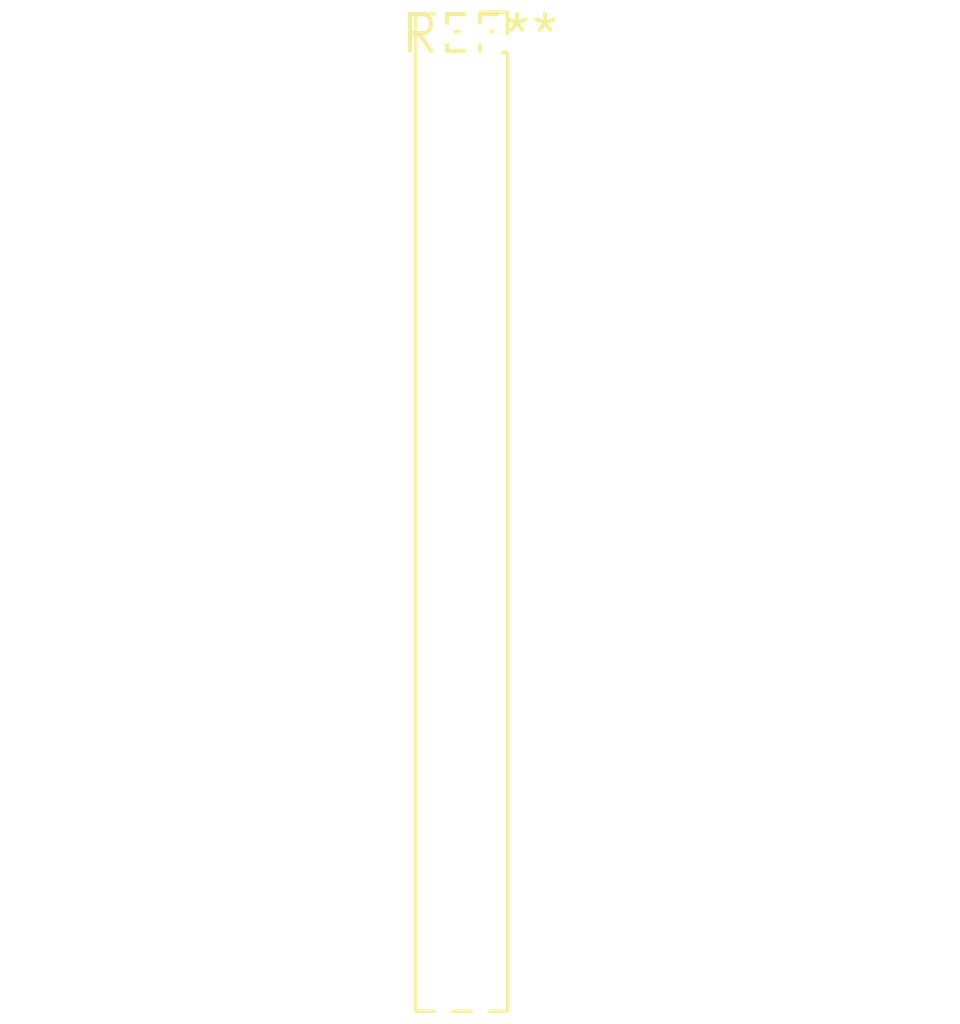
<source format=kicad_pcb>
(kicad_pcb (version 20240108) (generator pcbnew)
  (layers (0 "F.Cu" signal) (31 "B.Cu" signal) (34 "B.Paste" user) (35 "F.Paste" user) (36 "B.SilkS" user "B.Silkscreen") (37 "F.SilkS" user "F.Silkscreen") (38 "B.Mask" user) (39 "F.Mask" user) (44 "Edge.Cuts" user))
  (net 0 "")
  (footprint "PinSocket_2x27_P1.27mm_Vertical" (layer "F.Cu") (at 0 0)
    (property "Reference" "REF**")
    (property "Value" "PinSocket_2x27_P1.27mm_Vertical")
    (fp_line (start -2.22 -0.695) (end -2.22 33.715) (layer "F.SilkS") (stroke (width 0.12)))
    (fp_line (start -2.22 -0.695) (end -1.57753 -0.695) (layer "F.SilkS") (stroke (width 0.12)))
    (fp_line (start -2.22 33.715) (end -1.57753 33.715) (layer "F.SilkS") (stroke (width 0.12)))
    (fp_line (start -0.96247 -0.695) (end -0.76 -0.695) (layer "F.SilkS") (stroke (width 0.12)))
    (fp_line (start -0.96247 33.715) (end -0.30753 33.715) (layer "F.SilkS") (stroke (width 0.12)))
    (fp_line (start 0 -0.76) (end 0.95 -0.76) (layer "F.SilkS") (stroke (width 0.12)))
    (fp_line (start 0.30753 33.715) (end 0.95 33.715) (layer "F.SilkS") (stroke (width 0.12)))
    (fp_line (start 0.76 0.635) (end 0.95 0.635) (layer "F.SilkS") (stroke (width 0.12)))
    (fp_line (start 0.95 -0.76) (end 0.95 0) (layer "F.SilkS") (stroke (width 0.12)))
    (fp_line (start 0.95 0.635) (end 0.95 33.715) (layer "F.SilkS") (stroke (width 0.12)))
    (pad "1" thru_hole rect (at 0 0) (size 1 1) (drill 0.7) (layers *.Cu *.Mask) (remove_unused_layers))
    (pad "2" thru_hole oval (at -1.27 0) (size 1 1) (drill 0.7) (layers *.Cu *.Mask) (remove_unused_layers))
    (pad "3" thru_hole oval (at 0 1.27) (size 1 1) (drill 0.7) (layers *.Cu *.Mask) (remove_unused_layers))
    (pad "4" thru_hole oval (at -1.27 1.27) (size 1 1) (drill 0.7) (layers *.Cu *.Mask) (remove_unused_layers))
    (pad "5" thru_hole oval (at 0 2.54) (size 1 1) (drill 0.7) (layers *.Cu *.Mask) (remove_unused_layers))
    (pad "6" thru_hole oval (at -1.27 2.54) (size 1 1) (drill 0.7) (layers *.Cu *.Mask) (remove_unused_layers))
    (pad "7" thru_hole oval (at 0 3.81) (size 1 1) (drill 0.7) (layers *.Cu *.Mask) (remove_unused_layers))
    (pad "8" thru_hole oval (at -1.27 3.81) (size 1 1) (drill 0.7) (layers *.Cu *.Mask) (remove_unused_layers))
    (pad "9" thru_hole oval (at 0 5.08) (size 1 1) (drill 0.7) (layers *.Cu *.Mask) (remove_unused_layers))
    (pad "10" thru_hole oval (at -1.27 5.08) (size 1 1) (drill 0.7) (layers *.Cu *.Mask) (remove_unused_layers))
    (pad "11" thru_hole oval (at 0 6.35) (size 1 1) (drill 0.7) (layers *.Cu *.Mask) (remove_unused_layers))
    (pad "12" thru_hole oval (at -1.27 6.35) (size 1 1) (drill 0.7) (layers *.Cu *.Mask) (remove_unused_layers))
    (pad "13" thru_hole oval (at 0 7.62) (size 1 1) (drill 0.7) (layers *.Cu *.Mask) (remove_unused_layers))
    (pad "14" thru_hole oval (at -1.27 7.62) (size 1 1) (drill 0.7) (layers *.Cu *.Mask) (remove_unused_layers))
    (pad "15" thru_hole oval (at 0 8.89) (size 1 1) (drill 0.7) (layers *.Cu *.Mask) (remove_unused_layers))
    (pad "16" thru_hole oval (at -1.27 8.89) (size 1 1) (drill 0.7) (layers *.Cu *.Mask) (remove_unused_layers))
    (pad "17" thru_hole oval (at 0 10.16) (size 1 1) (drill 0.7) (layers *.Cu *.Mask) (remove_unused_layers))
    (pad "18" thru_hole oval (at -1.27 10.16) (size 1 1) (drill 0.7) (layers *.Cu *.Mask) (remove_unused_layers))
    (pad "19" thru_hole oval (at 0 11.43) (size 1 1) (drill 0.7) (layers *.Cu *.Mask) (remove_unused_layers))
    (pad "20" thru_hole oval (at -1.27 11.43) (size 1 1) (drill 0.7) (layers *.Cu *.Mask) (remove_unused_layers))
    (pad "21" thru_hole oval (at 0 12.7) (size 1 1) (drill 0.7) (layers *.Cu *.Mask) (remove_unused_layers))
    (pad "22" thru_hole oval (at -1.27 12.7) (size 1 1) (drill 0.7) (layers *.Cu *.Mask) (remove_unused_layers))
    (pad "23" thru_hole oval (at 0 13.97) (size 1 1) (drill 0.7) (layers *.Cu *.Mask) (remove_unused_layers))
    (pad "24" thru_hole oval (at -1.27 13.97) (size 1 1) (drill 0.7) (layers *.Cu *.Mask) (remove_unused_layers))
    (pad "25" thru_hole oval (at 0 15.24) (size 1 1) (drill 0.7) (layers *.Cu *.Mask) (remove_unused_layers))
    (pad "26" thru_hole oval (at -1.27 15.24) (size 1 1) (drill 0.7) (layers *.Cu *.Mask) (remove_unused_layers))
    (pad "27" thru_hole oval (at 0 16.51) (size 1 1) (drill 0.7) (layers *.Cu *.Mask) (remove_unused_layers))
    (pad "28" thru_hole oval (at -1.27 16.51) (size 1 1) (drill 0.7) (layers *.Cu *.Mask) (remove_unused_layers))
    (pad "29" thru_hole oval (at 0 17.78) (size 1 1) (drill 0.7) (layers *.Cu *.Mask) (remove_unused_layers))
    (pad "30" thru_hole oval (at -1.27 17.78) (size 1 1) (drill 0.7) (layers *.Cu *.Mask) (remove_unused_layers))
    (pad "31" thru_hole oval (at 0 19.05) (size 1 1) (drill 0.7) (layers *.Cu *.Mask) (remove_unused_layers))
    (pad "32" thru_hole oval (at -1.27 19.05) (size 1 1) (drill 0.7) (layers *.Cu *.Mask) (remove_unused_layers))
    (pad "33" thru_hole oval (at 0 20.32) (size 1 1) (drill 0.7) (layers *.Cu *.Mask) (remove_unused_layers))
    (pad "34" thru_hole oval (at -1.27 20.32) (size 1 1) (drill 0.7) (layers *.Cu *.Mask) (remove_unused_layers))
    (pad "35" thru_hole oval (at 0 21.59) (size 1 1) (drill 0.7) (layers *.Cu *.Mask) (remove_unused_layers))
    (pad "36" thru_hole oval (at -1.27 21.59) (size 1 1) (drill 0.7) (layers *.Cu *.Mask) (remove_unused_layers))
    (pad "37" thru_hole oval (at 0 22.86) (size 1 1) (drill 0.7) (layers *.Cu *.Mask) (remove_unused_layers))
    (pad "38" thru_hole oval (at -1.27 22.86) (size 1 1) (drill 0.7) (layers *.Cu *.Mask) (remove_unused_layers))
    (pad "39" thru_hole oval (at 0 24.13) (size 1 1) (drill 0.7) (layers *.Cu *.Mask) (remove_unused_layers))
    (pad "40" thru_hole oval (at -1.27 24.13) (size 1 1) (drill 0.7) (layers *.Cu *.Mask) (remove_unused_layers))
    (pad "41" thru_hole oval (at 0 25.4) (size 1 1) (drill 0.7) (layers *.Cu *.Mask) (remove_unused_layers))
    (pad "42" thru_hole oval (at -1.27 25.4) (size 1 1) (drill 0.7) (layers *.Cu *.Mask) (remove_unused_layers))
    (pad "43" thru_hole oval (at 0 26.67) (size 1 1) (drill 0.7) (layers *.Cu *.Mask) (remove_unused_layers))
    (pad "44" thru_hole oval (at -1.27 26.67) (size 1 1) (drill 0.7) (layers *.Cu *.Mask) (remove_unused_layers))
    (pad "45" thru_hole oval (at 0 27.94) (size 1 1) (drill 0.7) (layers *.Cu *.Mask) (remove_unused_layers))
    (pad "46" thru_hole oval (at -1.27 27.94) (size 1 1) (drill 0.7) (layers *.Cu *.Mask) (remove_unused_layers))
    (pad "47" thru_hole oval (at 0 29.21) (size 1 1) (drill 0.7) (layers *.Cu *.Mask) (remove_unused_layers))
    (pad "48" thru_hole oval (at -1.27 29.21) (size 1 1) (drill 0.7) (layers *.Cu *.Mask) (remove_unused_layers))
    (pad "49" thru_hole oval (at 0 30.48) (size 1 1) (drill 0.7) (layers *.Cu *.Mask) (remove_unused_layers))
    (pad "50" thru_hole oval (at -1.27 30.48) (size 1 1) (drill 0.7) (layers *.Cu *.Mask) (remove_unused_layers))
    (pad "51" thru_hole oval (at 0 31.75) (size 1 1) (drill 0.7) (layers *.Cu *.Mask) (remove_unused_layers))
    (pad "52" thru_hole oval (at -1.27 31.75) (size 1 1) (drill 0.7) (layers *.Cu *.Mask) (remove_unused_layers))
    (pad "53" thru_hole oval (at 0 33.02) (size 1 1) (drill 0.7) (layers *.Cu *.Mask) (remove_unused_layers))
    (pad "54" thru_hole oval (at -1.27 33.02) (size 1 1) (drill 0.7) (layers *.Cu *.Mask) (remove_unused_layers))
  )
)
</source>
